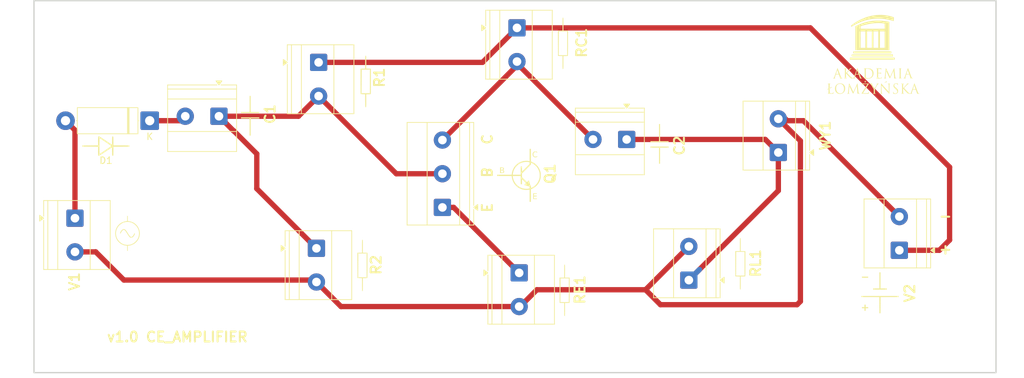
<source format=kicad_pcb>
(kicad_pcb (version 20241229) (generator "pcbnew") (generator_version "9.0")
  (layers (0 "F.Cu" signal) (2 "B.Cu" signal) (13 "F.Paste" user) (15 "B.Paste" user) (5 "F.SilkS" user "F.Silkscreen") (7 "B.SilkS" user "B.Silkscreen") (1 "F.Mask" user) (3 "B.Mask" user) (25 "Edge.Cuts" user))
  (net 0 "")
  (net 1 "Net-(D1-K)")
  (net 2 "Net-(Q1-B)")
  (net 3 "Net-(Q1-C)")
  (net 4 "Net-(Q1-E)")
  (net 5 "Net-(V2-+)")
  (net 6 "AC")
  (net 7 "Net-(C2-Pad1)")
  (net 8 "Net-(D1-A)")
  (footprint "MountingHole:MountingHole_4.3mm_M4" (layer "F.Cu") (at 237.25 157.5)
    (property "Reference" "REF**" (hide yes))
    (property "Value" "MountingHole_4.3mm_M4")
    (pad "" np_thru_hole circle (at 0 0) (size 4.3 4.3) (drill 4.3) (layers "*.Cu" "*.Mask"))
  )
  (footprint "TerminalBlock_Phoenix:TerminalBlock_Phoenix_MKDS-1,5-2-5.08_1x02_P5.08mm_Horizontal" (layer "F.Cu") (at 196.1725 148.795 90)
    (property "Reference" "RL1" (at 2.545 10.0775 90) (layer "F.SilkS") (effects (font (size 1.5 1.5) (thickness 0.3) (bold yes))))
    (property "Value" "100k")
    (pad "1" thru_hole roundrect (at 0 0 90) (size 2.6 2.6) (drill 1.3) (layers "*.Cu" "*.Mask") (roundrect_rratio 0.096154) (net 7 "Net-(C2-Pad1)"))
    (pad "2" thru_hole circle (at 5.08 0 90) (size 2.6 2.6) (drill 1.3) (layers "*.Cu" "*.Mask") (net 6 "AC"))
  )
  (footprint "kicad moje pliki:bateria_symbol" (layer "F.Cu") (at 225 150.75 180)
    (property "Reference" "G***" (hide yes))
    (property "Value" "LOGO" (hide yes))
  )
  (footprint "kicad moje pliki:kondensator_bipolarny_symbol" (layer "F.Cu") (at 191.75 128.25 -90)
    (property "Reference" "G***" (hide yes))
    (property "Value" "LOGO" (hide yes))
  )
  (footprint "MountingHole:MountingHole_4.3mm_M4" (layer "F.Cu") (at 101.75 157.25)
    (property "Reference" "REF**" (hide yes))
    (property "Value" "MountingHole_4.3mm_M4")
    (pad "" np_thru_hole circle (at 0 0) (size 4.3 4.3) (drill 4.3) (layers "*.Cu" "*.Mask"))
  )
  (footprint "TerminalBlock_Phoenix:TerminalBlock_Phoenix_MKDS-1,5-2-5.08_1x02_P5.08mm_Horizontal" (layer "F.Cu") (at 140 144 -90)
    (property "Reference" "R2" (at 2.5 -9 90) (layer "F.SilkS") (effects (font (size 1.5 1.5) (thickness 0.3) (bold yes))))
    (property "Value" "10k")
    (pad "1" thru_hole roundrect (at 0 0 270) (size 2.6 2.6) (drill 1.3) (layers "*.Cu" "*.Mask") (roundrect_rratio 0.096154) (net 2 "Net-(Q1-B)"))
    (pad "2" thru_hole circle (at 5.08 0 270) (size 2.6 2.6) (drill 1.3) (layers "*.Cu" "*.Mask") (net 6 "AC"))
  )
  (footprint "TerminalBlock_Phoenix:TerminalBlock_Phoenix_MKDS-1,5-3-5.08_1x03_P5.08mm_Horizontal" (layer "F.Cu") (at 159 137.83 90)
    (property "Reference" "Q1" (at 5.085 16.25 90) (layer "F.SilkS") (effects (font (size 1.5 1.5) (thickness 0.3) (bold yes))))
    (property "Value" "2N2222")
    (pad "1" thru_hole roundrect (at 0 0 90) (size 2.6 2.6) (drill 1.3) (layers "*.Cu" "*.Mask") (roundrect_rratio 0.096154) (net 4 "Net-(Q1-E)"))
    (pad "2" thru_hole circle (at 5.08 0 90) (size 2.6 2.6) (drill 1.3) (layers "*.Cu" "*.Mask") (net 2 "Net-(Q1-B)"))
    (pad "3" thru_hole circle (at 10.16 0 90) (size 2.6 2.6) (drill 1.3) (layers "*.Cu" "*.Mask") (net 3 "Net-(Q1-C)"))
  )
  (footprint "TerminalBlock_Phoenix:TerminalBlock_Phoenix_MKDS-1,5-2-5.08_1x02_P5.08mm_Horizontal" (layer "F.Cu") (at 209.6725 129.545 90)
    (property "Reference" "WY1" (at 2.545 7.0775 90) (layer "F.SilkS") (effects (font (size 1.5 1.5) (thickness 0.3) (bold yes))))
    (property "Value" "~")
    (pad "1" thru_hole roundrect (at 0 0 90) (size 2.6 2.6) (drill 1.3) (layers "*.Cu" "*.Mask") (roundrect_rratio 0.096154) (net 7 "Net-(C2-Pad1)"))
    (pad "2" thru_hole circle (at 5.08 0 90) (size 2.6 2.6) (drill 1.3) (layers "*.Cu" "*.Mask") (net 6 "AC"))
  )
  (footprint "MountingHole:MountingHole_4.3mm_M4" (layer "F.Cu") (at 102.75 112)
    (property "Reference" "REF**" (hide yes))
    (property "Value" "MountingHole_4.3mm_M4")
    (pad "" np_thru_hole circle (at 0 0) (size 4.3 4.3) (drill 4.3) (layers "*.Cu" "*.Mask"))
  )
  (footprint "kicad moje pliki:rezystor_symbol" (layer "F.Cu") (at 147.5 118.75 90)
    (property "Reference" "G***" (hide yes))
    (property "Value" "LOGO" (hide yes))
  )
  (footprint "kicad moje pliki:rezystor_symbol" (layer "F.Cu") (at 177.5 150.25 90)
    (property "Reference" "G***" (hide yes))
    (property "Value" "LOGO" (hide yes))
  )
  (footprint "kicad moje pliki:rezystor_symbol" (layer "F.Cu") (at 147 146.5 90)
    (property "Reference" "G***" (hide yes))
    (property "Value" "LOGO" (hide yes))
  )
  (footprint "MountingHole:MountingHole_4.3mm_M4" (layer "F.Cu") (at 237.25 112)
    (property "Reference" "REF**" (hide yes))
    (property "Value" "MountingHole_4.3mm_M4")
    (pad "" np_thru_hole circle (at 0 0) (size 4.3 4.3) (drill 4.3) (layers "*.Cu" "*.Mask"))
  )
  (footprint "kicad moje pliki:rezystor_symbol" (layer "F.Cu") (at 204 146.25 90)
    (property "Reference" "G***" (hide yes))
    (property "Value" "LOGO" (hide yes))
  )
  (footprint "kicad moje pliki:dioda_prostownicza" (layer "F.Cu") (at 108.5 128.5)
    (property "Reference" "G***" (hide yes))
    (property "Value" "LOGO" (hide yes))
  )
  (footprint "TerminalBlock_Phoenix:TerminalBlock_Phoenix_MKDS-1,5-2-5.08_1x02_P5.08mm_Horizontal" (layer "F.Cu") (at 103.5775 139.455 -90)
    (property "Reference" "V1" (at 9.545 0.0775 90) (layer "F.SilkS") (effects (font (size 1.5 1.5) (thickness 0.3) (bold yes))))
    (property "Value" "~")
    (pad "1" thru_hole roundrect (at 0 0 270) (size 2.6 2.6) (drill 1.3) (layers "*.Cu" "*.Mask") (roundrect_rratio 0.096154) (net 8 "Net-(D1-A)"))
    (pad "2" thru_hole circle (at 5.08 0 270) (size 2.6 2.6) (drill 1.3) (layers "*.Cu" "*.Mask") (net 6 "AC"))
  )
  (footprint "TerminalBlock_Phoenix:TerminalBlock_Phoenix_MKDS-1,5-2-5.08_1x02_P5.08mm_Horizontal" (layer "F.Cu") (at 170.25 110.75 -90)
    (property "Reference" "RC1" (at 2.25 -9.75 90) (layer "F.SilkS") (effects (font (size 1.5 1.5) (thickness 0.3) (bold yes))))
    (property "Value" "4k")
    (pad "1" thru_hole roundrect (at 0 0 270) (size 2.6 2.6) (drill 1.3) (layers "*.Cu" "*.Mask") (roundrect_rratio 0.096154) (net 5 "Net-(V2-+)"))
    (pad "2" thru_hole circle (at 5.08 0 270) (size 2.6 2.6) (drill 1.3) (layers "*.Cu" "*.Mask") (net 3 "Net-(Q1-C)"))
  )
  (footprint "TerminalBlock_Phoenix:TerminalBlock_Phoenix_MKDS-1,5-2-5.08_1x02_P5.08mm_Horizontal" (layer "F.Cu") (at 227.9225 144.295 90)
    (property "Reference" "V2" (at -6.455 1.5775 90) (layer "F.SilkS") (effects (font (size 1.5 1.5) (thickness 0.3) (bold yes))))
    (property "Value" "~")
    (pad "1" thru_hole roundrect (at 0 0 90) (size 2.6 2.6) (drill 1.3) (layers "*.Cu" "*.Mask") (roundrect_rratio 0.096154) (net 5 "Net-(V2-+)"))
    (pad "2" thru_hole circle (at 5.08 0 90) (size 2.6 2.6) (drill 1.3) (layers "*.Cu" "*.Mask") (net 6 "AC"))
  )
  (footprint "TerminalBlock_Phoenix:TerminalBlock_Phoenix_MKDS-1,5-2-5.08_1x02_P5.08mm_Horizontal" (layer "F.Cu") (at 125.295 124.0775 180)
    (property "Reference" "C1" (at -7.705 0.3275 90) (layer "F.SilkS") (effects (font (size 1.5 1.5) (thickness 0.3) (bold yes))))
    (property "Value" "1uF")
    (pad "1" thru_hole roundrect (at 0 0 180) (size 2.6 2.6) (drill 1.3) (layers "*.Cu" "*.Mask") (roundrect_rratio 0.096154) (net 2 "Net-(Q1-B)"))
    (pad "2" thru_hole circle (at 5.08 0 180) (size 2.6 2.6) (drill 1.3) (layers "*.Cu" "*.Mask") (net 1 "Net-(D1-K)"))
  )
  (footprint "TerminalBlock_Phoenix:TerminalBlock_Phoenix_MKDS-1,5-2-5.08_1x02_P5.08mm_Horizontal" (layer "F.Cu") (at 186.795 127.5775 180)
    (property "Reference" "C2" (at -7.955 -0.9225 90) (layer "F.SilkS") (effects (font (size 1.5 1.5) (thickness 0.3) (bold yes))))
    (property "Value" "1uF")
    (pad "1" thru_hole roundrect (at 0 0 180) (size 2.6 2.6) (drill 1.3) (layers "*.Cu" "*.Mask") (roundrect_rratio 0.096154) (net 7 "Net-(C2-Pad1)"))
    (pad "2" thru_hole circle (at 5.08 0 180) (size 2.6 2.6) (drill 1.3) (layers "*.Cu" "*.Mask") (net 3 "Net-(Q1-C)"))
  )
  (footprint "kicad moje pliki:kondensator_bipolarny_symbol" (layer "F.Cu") (at 130 124 90)
    (property "Reference" "G***" (hide yes))
    (property "Value" "LOGO" (hide yes))
  )
  (footprint "kicad moje pliki:rezystor_symbol" (layer "F.Cu") (at 147.5 118.75 90)
    (property "Reference" "G***" (hide yes))
    (property "Value" "LOGO" (hide yes))
  )
  (footprint "TerminalBlock_Phoenix:TerminalBlock_Phoenix_MKDS-1,5-2-5.08_1x02_P5.08mm_Horizontal" (layer "F.Cu") (at 140.3275 115.955 -90)
    (property "Reference" "R1" (at 2.295 -9.1725 90) (layer "F.SilkS") (effects (font (size 1.5 1.5) (thickness 0.3) (bold yes))))
    (property "Value" "50k")
    (pad "1" thru_hole roundrect (at 0 0 270) (size 2.6 2.6) (drill 1.3) (layers "*.Cu" "*.Mask") (roundrect_rratio 0.096154) (net 5 "Net-(V2-+)"))
    (pad "2" thru_hole circle (at 5.08 0 270) (size 2.6 2.6) (drill 1.3) (layers "*.Cu" "*.Mask") (net 2 "Net-(Q1-B)"))
  )
  (footprint "Diode_THT:D_5W_P12.70mm_Horizontal" (layer "F.Cu") (at 114.85 124.75 180)
    (property "Reference" "D1" (at 6.6 -6 0) (layer "F.SilkS"))
    (property "Value" "1N4148WT")
    (fp_text user "K" (at 0 -2.4 0) (layer "F.SilkS"))
    (pad "1" thru_hole roundrect (at 0 0 180) (size 2.8 2.8) (drill 1.4) (layers "*.Cu" "*.Mask") (roundrect_rratio 0.089286) (net 1 "Net-(D1-K)"))
    (pad "2" thru_hole circle (at 12.7 0 180) (size 2.8 2.8) (drill 1.4) (layers "*.Cu" "*.Mask") (net 8 "Net-(D1-A)"))
  )
  (footprint "TerminalBlock_Phoenix:TerminalBlock_Phoenix_MKDS-1,5-2-5.08_1x02_P5.08mm_Horizontal" (layer "F.Cu") (at 170.5775 147.705 -90)
    (property "Reference" "RE1" (at 2.545 -9.1725 90) (layer "F.SilkS") (effects (font (size 1.5 1.5) (thickness 0.3) (bold yes))))
    (property "Value" "1k")
    (pad "1" thru_hole roundrect (at 0 0 270) (size 2.6 2.6) (drill 1.3) (layers "*.Cu" "*.Mask") (roundrect_rratio 0.096154) (net 4 "Net-(Q1-E)"))
    (pad "2" thru_hole circle (at 5.08 0 270) (size 2.6 2.6) (drill 1.3) (layers "*.Cu" "*.Mask") (net 6 "AC"))
  )
  (footprint "kicad moje pliki:LOGO_AL" (layer "F.Cu") (at 223.999213 115.495923)
    (property "Reference" "G***" (hide yes))
    (property "Value" "LOGO" (hide yes))
  )
  (footprint "kicad moje pliki:tranzystor_symbol" (layer "F.Cu") (at 171.25 132.995)
    (property "Reference" "G***" (hide yes))
    (property "Value" "LOGO" (hide yes))
  )
  (footprint "kicad moje pliki:rezystor_symbol" (layer "F.Cu") (at 177.25 113 90)
    (property "Reference" "G***" (hide yes))
    (property "Value" "LOGO" (hide yes))
  )
  (footprint "kicad moje pliki:Prad_Przemienny_Symbol" (layer "F.Cu") (at 111.5 141.75 180)
    (property "Reference" "G***" (hide yes))
    (property "Value" "LOGO" (hide yes))
  )
  (gr_rect (start 97.393753 106.643754) (end 242.5 162.75) (stroke (width 0.2)) (fill no) (layer "Edge.Cuts"))
  (gr_text "E" (at 164.75 138.75 270) (layer "F.SilkS") (effects (font (size 1.5 1.5) (thickness 0.3) (bold yes)) (justify left bottom mirror)))
  (gr_text "v1.0 CE_AMPLIFIER" (at 108.25 158.25 0) (layer "F.SilkS") (effects (font (size 1.5 1.5) (thickness 0.3) (bold yes)) (justify left bottom)))
  (gr_text "C" (at 164.75 128.5 270) (layer "F.SilkS") (effects (font (size 1.5 1.5) (thickness 0.3) (bold yes)) (justify left bottom mirror)))
  (gr_text "-" (at 233.75 140 0) (layer "F.SilkS") (effects (font (size 1.5 1.5) (thickness 0.3) (bold yes)) (justify left bottom)))
  (gr_text "B" (at 164.75 133.5 270) (layer "F.SilkS") (effects (font (size 1.5 1.5) (thickness 0.3) (bold yes)) (justify left bottom mirror)))
  (gr_text "+" (at 233.75 145 0) (layer "F.SilkS") (effects (font (size 1.5 1.5) (thickness 0.3) (bold yes)) (justify left bottom)))
  (segment (start 119.5425 124.75) (end 120.215 124.0775) (width 0.8) (layer "F.Cu") (net 1))
  (segment (start 114.85 124.75) (end 119.5425 124.75) (width 0.8) (layer "F.Cu") (net 1))
  (segment (start 127.5325 126.2825) (end 131 129.75) (width 0.8) (layer "F.Cu") (net 2))
  (segment (start 125.295 124.0775) (end 127.5 126.2825) (width 0.8) (layer "F.Cu") (net 2))
  (segment (start 127.5 126.2825) (end 127.5325 126.2825) (width 0.8) (layer "F.Cu") (net 2))
  (segment (start 140.3275 121.035) (end 137.285 124.0775) (width 0.8) (layer "F.Cu") (net 2))
  (segment (start 152.0425 132.75) (end 159 132.75) (width 0.8) (layer "F.Cu") (net 2))
  (segment (start 131 129.75) (end 131 135) (width 0.8) (layer "F.Cu") (net 2))
  (segment (start 131 135) (end 140 144) (width 0.8) (layer "F.Cu") (net 2))
  (segment (start 140.3275 121.035) (end 152.0425 132.75) (width 0.8) (layer "F.Cu") (net 2))
  (segment (start 137.285 124.0775) (end 125.295 124.0775) (width 0.8) (layer "F.Cu") (net 2))
  (segment (start 170.25 116.1125) (end 170.25 115.83) (width 0.8) (layer "F.Cu") (net 3))
  (segment (start 170.25 116.42) (end 170.25 115.83) (width 0.8) (layer "F.Cu") (net 3))
  (segment (start 181.715 127.5775) (end 170.25 116.1125) (width 0.8) (layer "F.Cu") (net 3))
  (segment (start 159 127.67) (end 170.25 116.42) (width 0.8) (layer "F.Cu") (net 3))
  (segment (start 159 137.83) (end 160.7025 137.83) (width 0.8) (layer "F.Cu") (net 4))
  (segment (start 160.7025 137.83) (end 170.5775 147.705) (width 0.8) (layer "F.Cu") (net 4))
  (segment (start 170.25 110.75) (end 214.5 110.75) (width 0.8) (layer "F.Cu") (net 5))
  (segment (start 233.955 144.295) (end 227.9225 144.295) (width 0.8) (layer "F.Cu") (net 5))
  (segment (start 165.045 115.955) (end 170.25 110.75) (width 0.8) (layer "F.Cu") (net 5))
  (segment (start 235.5 142.75) (end 233.955 144.295) (width 0.8) (layer "F.Cu") (net 5))
  (segment (start 140.3275 115.955) (end 165.045 115.955) (width 0.8) (layer "F.Cu") (net 5))
  (segment (start 214.5 110.75) (end 235.5 131.75) (width 0.8) (layer "F.Cu") (net 5))
  (segment (start 235.5 131.75) (end 235.5 142.75) (width 0.8) (layer "F.Cu") (net 5))
  (segment (start 213 152) (end 212.5 152.5) (width 0.8) (layer "F.Cu") (net 6))
  (segment (start 173.25 150.25) (end 189.6375 150.25) (width 0.8) (layer "F.Cu") (net 6))
  (segment (start 211 124.75) (end 213.4575 124.75) (width 0.8) (layer "F.Cu") (net 6))
  (segment (start 209.6725 124.465) (end 213 127.7925) (width 0.8) (layer "F.Cu") (net 6))
  (segment (start 210.715 124.465) (end 211 124.75) (width 0.8) (layer "F.Cu") (net 6))
  (segment (start 213 127.7925) (end 213 152) (width 0.8) (layer "F.Cu") (net 6))
  (segment (start 170.715 152.785) (end 173.25 150.25) (width 0.8) (layer "F.Cu") (net 6))
  (segment (start 103.5775 144.535) (end 106.705 144.535) (width 0.8) (layer "F.Cu") (net 6))
  (segment (start 212.5 152.5) (end 191.8875 152.5) (width 0.8) (layer "F.Cu") (net 6))
  (segment (start 143.705 152.785) (end 170.5775 152.785) (width 0.8) (layer "F.Cu") (net 6))
  (segment (start 209.6725 124.465) (end 210.715 124.465) (width 0.8) (layer "F.Cu") (net 6))
  (segment (start 140 149.08) (end 143.705 152.785) (width 0.8) (layer "F.Cu") (net 6))
  (segment (start 213.4575 124.75) (end 227.9225 139.215) (width 0.8) (layer "F.Cu") (net 6))
  (segment (start 189.6375 150.25) (end 196.1725 143.715) (width 0.8) (layer "F.Cu") (net 6))
  (segment (start 110.955 148.785) (end 139.705 148.785) (width 0.8) (layer "F.Cu") (net 6))
  (segment (start 170.5775 152.785) (end 170.715 152.785) (width 0.8) (layer "F.Cu") (net 6))
  (segment (start 191.8875 152.5) (end 189.6375 150.25) (width 0.8) (layer "F.Cu") (net 6))
  (segment (start 139.705 148.785) (end 140 149.08) (width 0.8) (layer "F.Cu") (net 6))
  (segment (start 106.705 144.535) (end 110.955 148.785) (width 0.8) (layer "F.Cu") (net 6))
  (segment (start 209.6725 135.295) (end 196.1725 148.795) (width 0.8) (layer "F.Cu") (net 7))
  (segment (start 209.6725 129.545) (end 209.6725 135.295) (width 0.8) (layer "F.Cu") (net 7))
  (segment (start 186.795 127.5775) (end 207.705 127.5775) (width 0.8) (layer "F.Cu") (net 7))
  (segment (start 207.705 127.5775) (end 209.6725 129.545) (width 0.8) (layer "F.Cu") (net 7))
  (segment (start 197.7735 147.194) (end 196.1725 148.795) (width 0.8) (layer "B.Cu") (net 7))
  (segment (start 103.5775 126.1775) (end 102.15 124.75) (width 0.8) (layer "F.Cu") (net 8))
  (segment (start 103.5775 139.455) (end 103.5775 126.1775) (width 0.8) (layer "F.Cu") (net 8))
)
</source>
